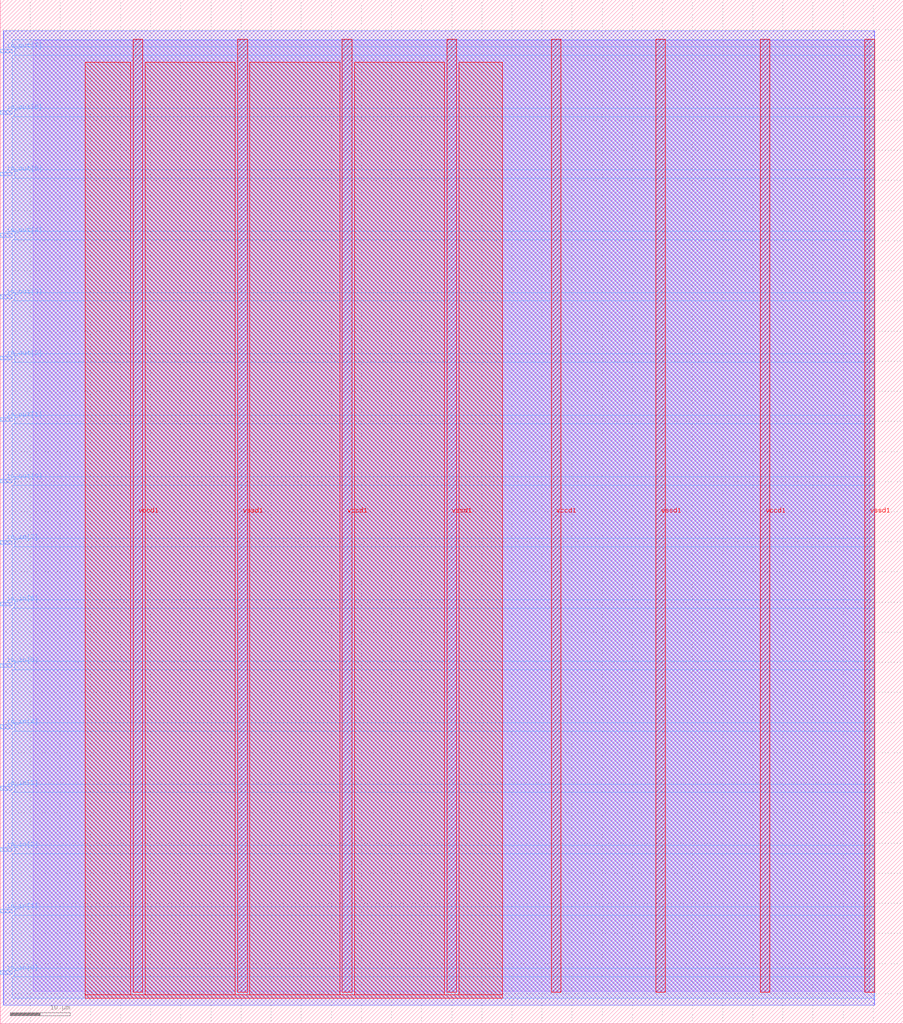
<source format=lef>
VERSION 5.7 ;
  NOWIREEXTENSIONATPIN ON ;
  DIVIDERCHAR "/" ;
  BUSBITCHARS "[]" ;
MACRO zymason_tinytop
  CLASS BLOCK ;
  FOREIGN zymason_tinytop ;
  ORIGIN 0.000 0.000 ;
  SIZE 150.000 BY 170.000 ;
  PIN io_in[0]
    DIRECTION INPUT ;
    USE SIGNAL ;
    PORT
      LAYER met3 ;
        RECT 0.000 8.200 2.000 8.800 ;
    END
  END io_in[0]
  PIN io_in[1]
    DIRECTION INPUT ;
    USE SIGNAL ;
    PORT
      LAYER met3 ;
        RECT 0.000 18.400 2.000 19.000 ;
    END
  END io_in[1]
  PIN io_in[2]
    DIRECTION INPUT ;
    USE SIGNAL ;
    PORT
      LAYER met3 ;
        RECT 0.000 28.600 2.000 29.200 ;
    END
  END io_in[2]
  PIN io_in[3]
    DIRECTION INPUT ;
    USE SIGNAL ;
    PORT
      LAYER met3 ;
        RECT 0.000 38.800 2.000 39.400 ;
    END
  END io_in[3]
  PIN io_in[4]
    DIRECTION INPUT ;
    USE SIGNAL ;
    PORT
      LAYER met3 ;
        RECT 0.000 49.000 2.000 49.600 ;
    END
  END io_in[4]
  PIN io_in[5]
    DIRECTION INPUT ;
    USE SIGNAL ;
    PORT
      LAYER met3 ;
        RECT 0.000 59.200 2.000 59.800 ;
    END
  END io_in[5]
  PIN io_in[6]
    DIRECTION INPUT ;
    USE SIGNAL ;
    PORT
      LAYER met3 ;
        RECT 0.000 69.400 2.000 70.000 ;
    END
  END io_in[6]
  PIN io_in[7]
    DIRECTION INPUT ;
    USE SIGNAL ;
    PORT
      LAYER met3 ;
        RECT 0.000 79.600 2.000 80.200 ;
    END
  END io_in[7]
  PIN io_out[0]
    DIRECTION OUTPUT TRISTATE ;
    USE SIGNAL ;
    PORT
      LAYER met3 ;
        RECT 0.000 89.800 2.000 90.400 ;
    END
  END io_out[0]
  PIN io_out[1]
    DIRECTION OUTPUT TRISTATE ;
    USE SIGNAL ;
    PORT
      LAYER met3 ;
        RECT 0.000 100.000 2.000 100.600 ;
    END
  END io_out[1]
  PIN io_out[2]
    DIRECTION OUTPUT TRISTATE ;
    USE SIGNAL ;
    PORT
      LAYER met3 ;
        RECT 0.000 110.200 2.000 110.800 ;
    END
  END io_out[2]
  PIN io_out[3]
    DIRECTION OUTPUT TRISTATE ;
    USE SIGNAL ;
    PORT
      LAYER met3 ;
        RECT 0.000 120.400 2.000 121.000 ;
    END
  END io_out[3]
  PIN io_out[4]
    DIRECTION OUTPUT TRISTATE ;
    USE SIGNAL ;
    PORT
      LAYER met3 ;
        RECT 0.000 130.600 2.000 131.200 ;
    END
  END io_out[4]
  PIN io_out[5]
    DIRECTION OUTPUT TRISTATE ;
    USE SIGNAL ;
    PORT
      LAYER met3 ;
        RECT 0.000 140.800 2.000 141.400 ;
    END
  END io_out[5]
  PIN io_out[6]
    DIRECTION OUTPUT TRISTATE ;
    USE SIGNAL ;
    PORT
      LAYER met3 ;
        RECT 0.000 151.000 2.000 151.600 ;
    END
  END io_out[6]
  PIN io_out[7]
    DIRECTION OUTPUT TRISTATE ;
    USE SIGNAL ;
    PORT
      LAYER met3 ;
        RECT 0.000 161.200 2.000 161.800 ;
    END
  END io_out[7]
  PIN vccd1
    DIRECTION INOUT ;
    USE POWER ;
    PORT
      LAYER met4 ;
        RECT 22.085 5.200 23.685 163.440 ;
    END
    PORT
      LAYER met4 ;
        RECT 56.815 5.200 58.415 163.440 ;
    END
    PORT
      LAYER met4 ;
        RECT 91.545 5.200 93.145 163.440 ;
    END
    PORT
      LAYER met4 ;
        RECT 126.275 5.200 127.875 163.440 ;
    END
  END vccd1
  PIN vssd1
    DIRECTION INOUT ;
    USE GROUND ;
    PORT
      LAYER met4 ;
        RECT 39.450 5.200 41.050 163.440 ;
    END
    PORT
      LAYER met4 ;
        RECT 74.180 5.200 75.780 163.440 ;
    END
    PORT
      LAYER met4 ;
        RECT 108.910 5.200 110.510 163.440 ;
    END
    PORT
      LAYER met4 ;
        RECT 143.640 5.200 145.240 163.440 ;
    END
  END vssd1
  OBS
      LAYER li1 ;
        RECT 5.520 5.355 144.440 163.285 ;
      LAYER met1 ;
        RECT 0.530 3.100 145.240 164.860 ;
      LAYER met2 ;
        RECT 0.560 3.070 145.210 164.890 ;
      LAYER met3 ;
        RECT 2.000 162.200 145.230 163.365 ;
        RECT 2.400 160.800 145.230 162.200 ;
        RECT 2.000 152.000 145.230 160.800 ;
        RECT 2.400 150.600 145.230 152.000 ;
        RECT 2.000 141.800 145.230 150.600 ;
        RECT 2.400 140.400 145.230 141.800 ;
        RECT 2.000 131.600 145.230 140.400 ;
        RECT 2.400 130.200 145.230 131.600 ;
        RECT 2.000 121.400 145.230 130.200 ;
        RECT 2.400 120.000 145.230 121.400 ;
        RECT 2.000 111.200 145.230 120.000 ;
        RECT 2.400 109.800 145.230 111.200 ;
        RECT 2.000 101.000 145.230 109.800 ;
        RECT 2.400 99.600 145.230 101.000 ;
        RECT 2.000 90.800 145.230 99.600 ;
        RECT 2.400 89.400 145.230 90.800 ;
        RECT 2.000 80.600 145.230 89.400 ;
        RECT 2.400 79.200 145.230 80.600 ;
        RECT 2.000 70.400 145.230 79.200 ;
        RECT 2.400 69.000 145.230 70.400 ;
        RECT 2.000 60.200 145.230 69.000 ;
        RECT 2.400 58.800 145.230 60.200 ;
        RECT 2.000 50.000 145.230 58.800 ;
        RECT 2.400 48.600 145.230 50.000 ;
        RECT 2.000 39.800 145.230 48.600 ;
        RECT 2.400 38.400 145.230 39.800 ;
        RECT 2.000 29.600 145.230 38.400 ;
        RECT 2.400 28.200 145.230 29.600 ;
        RECT 2.000 19.400 145.230 28.200 ;
        RECT 2.400 18.000 145.230 19.400 ;
        RECT 2.000 9.200 145.230 18.000 ;
        RECT 2.400 7.800 145.230 9.200 ;
        RECT 2.000 4.255 145.230 7.800 ;
      LAYER met4 ;
        RECT 14.095 4.800 21.685 159.625 ;
        RECT 24.085 4.800 39.050 159.625 ;
        RECT 41.450 4.800 56.415 159.625 ;
        RECT 58.815 4.800 73.780 159.625 ;
        RECT 76.180 4.800 83.425 159.625 ;
        RECT 14.095 4.255 83.425 4.800 ;
  END
END zymason_tinytop
END LIBRARY


</source>
